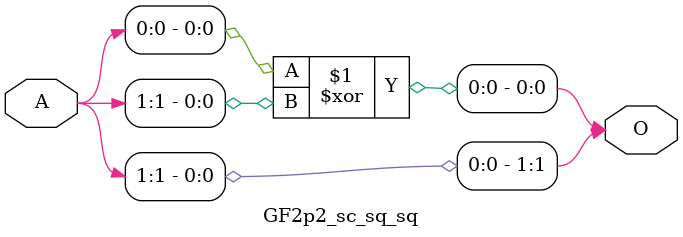
<source format=v>
`timescale 1ns / 1ps

//checked 1
module GF2p2_sc_sq_sq(O,A);
input [1:0]A;  //input 2 bits
output [1:0]O; //op 2 bits
//old code starts here
//assign O[0]=A[0];
//assign O[1]=A[1] ^ A[0];
//new code begins here
assign O[1]=A[1];
assign O[0]=A[0]^A[1];
//new code ends here
endmodule

</source>
